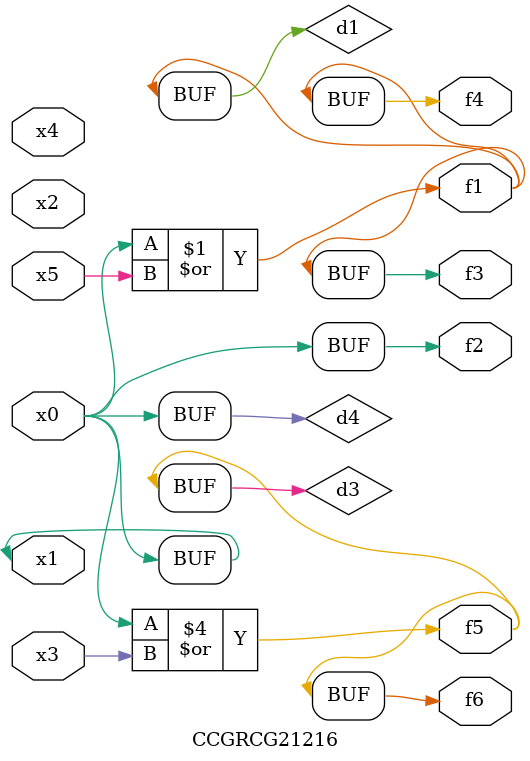
<source format=v>
module CCGRCG21216(
	input x0, x1, x2, x3, x4, x5,
	output f1, f2, f3, f4, f5, f6
);

	wire d1, d2, d3, d4;

	or (d1, x0, x5);
	xnor (d2, x1, x4);
	or (d3, x0, x3);
	buf (d4, x0, x1);
	assign f1 = d1;
	assign f2 = d4;
	assign f3 = d1;
	assign f4 = d1;
	assign f5 = d3;
	assign f6 = d3;
endmodule

</source>
